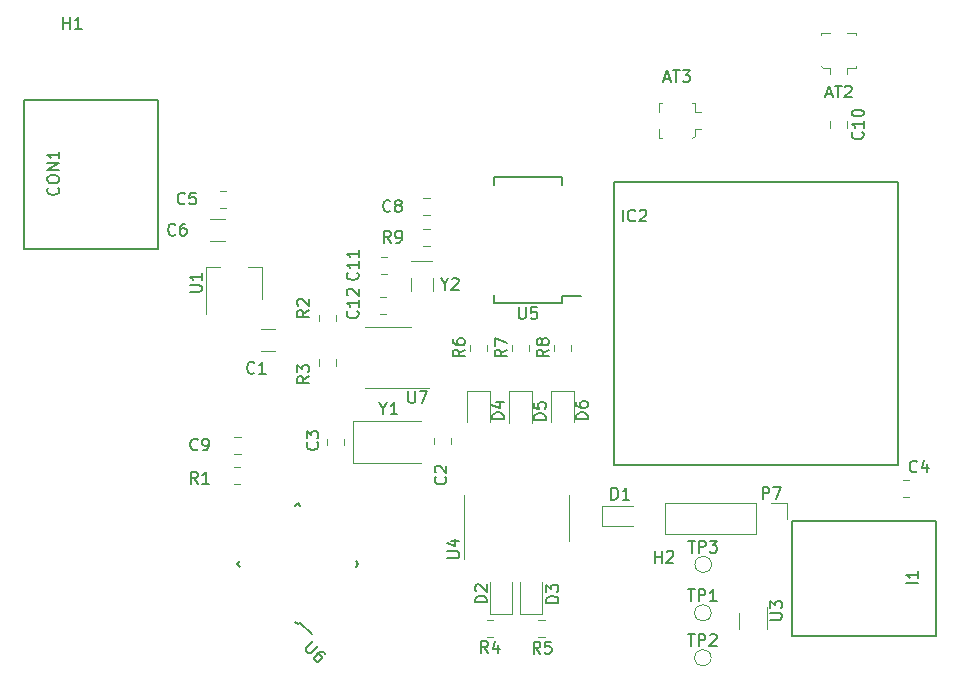
<source format=gto>
G04 #@! TF.GenerationSoftware,KiCad,Pcbnew,(5.1.5)-3*
G04 #@! TF.CreationDate,2020-05-04T21:38:57+10:00*
G04 #@! TF.ProjectId,BoSL,426f534c-2e6b-4696-9361-645f70636258,0.4*
G04 #@! TF.SameCoordinates,Original*
G04 #@! TF.FileFunction,Legend,Top*
G04 #@! TF.FilePolarity,Positive*
%FSLAX46Y46*%
G04 Gerber Fmt 4.6, Leading zero omitted, Abs format (unit mm)*
G04 Created by KiCad (PCBNEW (5.1.5)-3) date 2020-05-04 21:38:57*
%MOMM*%
%LPD*%
G04 APERTURE LIST*
%ADD10C,0.120000*%
%ADD11C,0.150000*%
G04 APERTURE END LIST*
D10*
X168500000Y-74200000D02*
X168500000Y-73400000D01*
X168700000Y-74200000D02*
X168500000Y-74200000D01*
X168500000Y-71200000D02*
X168700000Y-71200000D01*
X168500000Y-72000000D02*
X168500000Y-71200000D01*
X171500000Y-71200000D02*
X171500000Y-72000000D01*
X171300000Y-71200000D02*
X171500000Y-71200000D01*
X171500000Y-74000000D02*
X171300000Y-74200000D01*
X171500000Y-73400000D02*
X171500000Y-74000000D01*
X171500000Y-73400000D02*
X172000000Y-73400000D01*
X171500000Y-72000000D02*
X172000000Y-72000000D01*
X142575000Y-101725000D02*
X148325000Y-101725000D01*
X142575000Y-98125000D02*
X142575000Y-101725000D01*
X148325000Y-98125000D02*
X142575000Y-98125000D01*
D11*
X160261000Y-87558000D02*
X161861000Y-87558000D01*
X160261000Y-77483000D02*
X154511000Y-77483000D01*
X160261000Y-88133000D02*
X154511000Y-88133000D01*
X160261000Y-77483000D02*
X160261000Y-78133000D01*
X154511000Y-77483000D02*
X154511000Y-78133000D01*
X154511000Y-88133000D02*
X154511000Y-87483000D01*
X160261000Y-88133000D02*
X160261000Y-87558000D01*
D10*
X151965000Y-106400000D02*
X151965000Y-109850000D01*
X151965000Y-106400000D02*
X151965000Y-104450000D01*
X160835000Y-106400000D02*
X160835000Y-108350000D01*
X160835000Y-106400000D02*
X160835000Y-104450000D01*
X175290000Y-114370000D02*
X175290000Y-115770000D01*
X177610000Y-115770000D02*
X177610000Y-113870000D01*
X130100000Y-85120000D02*
X131300000Y-85120000D01*
X130100000Y-89120000D02*
X130100000Y-85120000D01*
X134900000Y-85120000D02*
X134900000Y-87820000D01*
X133700000Y-85120000D02*
X134900000Y-85120000D01*
X172926000Y-110294000D02*
G75*
G03X172926000Y-110294000I-700000J0D01*
G01*
X172900000Y-118200000D02*
G75*
G03X172900000Y-118200000I-700000J0D01*
G01*
X172900000Y-114400000D02*
G75*
G03X172900000Y-114400000I-700000J0D01*
G01*
X179290000Y-105100000D02*
X179290000Y-106430000D01*
X177960000Y-105100000D02*
X179290000Y-105100000D01*
X176690000Y-105100000D02*
X176690000Y-107760000D01*
X176690000Y-107760000D02*
X169010000Y-107760000D01*
X176690000Y-105100000D02*
X169010000Y-105100000D01*
X169010000Y-105100000D02*
X169010000Y-107760000D01*
X163700000Y-105350000D02*
X166250000Y-105350000D01*
X163700000Y-107050000D02*
X166250000Y-107050000D01*
X163700000Y-105350000D02*
X163700000Y-107050000D01*
X182200000Y-65300000D02*
X183000000Y-65300000D01*
X182200000Y-65500000D02*
X182200000Y-65300000D01*
X185200000Y-65300000D02*
X185200000Y-65500000D01*
X184400000Y-65300000D02*
X185200000Y-65300000D01*
X185200000Y-68300000D02*
X184400000Y-68300000D01*
X185200000Y-68100000D02*
X185200000Y-68300000D01*
X182400000Y-68300000D02*
X182200000Y-68100000D01*
X183000000Y-68300000D02*
X182400000Y-68300000D01*
X183000000Y-68300000D02*
X183000000Y-68800000D01*
X184400000Y-68300000D02*
X184400000Y-68800000D01*
X149058578Y-81890000D02*
X148541422Y-81890000D01*
X149058578Y-83310000D02*
X148541422Y-83310000D01*
X161052000Y-92198578D02*
X161052000Y-91681422D01*
X159632000Y-92198578D02*
X159632000Y-91681422D01*
X157496000Y-92198578D02*
X157496000Y-91681422D01*
X156076000Y-92198578D02*
X156076000Y-91681422D01*
X153940000Y-92198578D02*
X153940000Y-91681422D01*
X152520000Y-92198578D02*
X152520000Y-91681422D01*
X158278922Y-116407000D02*
X158796078Y-116407000D01*
X158278922Y-114987000D02*
X158796078Y-114987000D01*
X154436578Y-114987000D02*
X153919422Y-114987000D01*
X154436578Y-116407000D02*
X153919422Y-116407000D01*
X139690000Y-89203922D02*
X139690000Y-89721078D01*
X141110000Y-89203922D02*
X141110000Y-89721078D01*
X141110000Y-93458578D02*
X141110000Y-92941422D01*
X139690000Y-93458578D02*
X139690000Y-92941422D01*
X133058578Y-99490000D02*
X132541422Y-99490000D01*
X133058578Y-100910000D02*
X132541422Y-100910000D01*
X159382000Y-95575000D02*
X159382000Y-98260000D01*
X161302000Y-95575000D02*
X159382000Y-95575000D01*
X161302000Y-98260000D02*
X161302000Y-95575000D01*
X155826000Y-95655000D02*
X155826000Y-98340000D01*
X157746000Y-95655000D02*
X155826000Y-95655000D01*
X157746000Y-98340000D02*
X157746000Y-95655000D01*
X152270000Y-95575000D02*
X152270000Y-98260000D01*
X154190000Y-95575000D02*
X152270000Y-95575000D01*
X154190000Y-98260000D02*
X154190000Y-95575000D01*
X158600000Y-114465000D02*
X158600000Y-111780000D01*
X156680000Y-114465000D02*
X158600000Y-114465000D01*
X156680000Y-111780000D02*
X156680000Y-114465000D01*
X156060000Y-114465000D02*
X156060000Y-111780000D01*
X154140000Y-114465000D02*
X156060000Y-114465000D01*
X154140000Y-111780000D02*
X154140000Y-114465000D01*
X182990000Y-72791422D02*
X182990000Y-73308578D01*
X184410000Y-72791422D02*
X184410000Y-73308578D01*
X132491422Y-103510000D02*
X133008578Y-103510000D01*
X132491422Y-102090000D02*
X133008578Y-102090000D01*
X149058578Y-79290000D02*
X148541422Y-79290000D01*
X149058578Y-80710000D02*
X148541422Y-80710000D01*
X131702064Y-81090000D02*
X130497936Y-81090000D01*
X131702064Y-82910000D02*
X130497936Y-82910000D01*
X131821078Y-78690000D02*
X131303922Y-78690000D01*
X131821078Y-80110000D02*
X131303922Y-80110000D01*
X189648578Y-103180000D02*
X189131422Y-103180000D01*
X189648578Y-104600000D02*
X189131422Y-104600000D01*
X140415000Y-99641422D02*
X140415000Y-100158578D01*
X141835000Y-99641422D02*
X141835000Y-100158578D01*
X149465000Y-99616422D02*
X149465000Y-100133578D01*
X150885000Y-99616422D02*
X150885000Y-100133578D01*
X136002064Y-90390000D02*
X134797936Y-90390000D01*
X136002064Y-92210000D02*
X134797936Y-92210000D01*
X145525000Y-95325000D02*
X148975000Y-95325000D01*
X145525000Y-95325000D02*
X143575000Y-95325000D01*
X145525000Y-90205000D02*
X147475000Y-90205000D01*
X145525000Y-90205000D02*
X143575000Y-90205000D01*
X149300000Y-84650000D02*
X147500000Y-84650000D01*
X147450000Y-86050000D02*
X147450000Y-87150000D01*
X149350000Y-86050000D02*
X149350000Y-87150000D01*
D11*
X138059099Y-115217425D02*
X139066726Y-116225052D01*
X132773476Y-110250000D02*
X133003286Y-110479810D01*
X137900000Y-105123476D02*
X138129810Y-105353286D01*
X143026524Y-110250000D02*
X142796714Y-110020190D01*
X137900000Y-115376524D02*
X137670190Y-115146714D01*
X143026524Y-110250000D02*
X142796714Y-110479810D01*
X137900000Y-105123476D02*
X137670190Y-105353286D01*
X132773476Y-110250000D02*
X133003286Y-110020190D01*
X137900000Y-115376524D02*
X138059099Y-115217425D01*
D10*
X144878922Y-89110000D02*
X145396078Y-89110000D01*
X144878922Y-87690000D02*
X145396078Y-87690000D01*
X144941422Y-85710000D02*
X145458578Y-85710000D01*
X144941422Y-84290000D02*
X145458578Y-84290000D01*
D11*
X114700000Y-77185000D02*
X114700000Y-83585000D01*
X114700000Y-83585000D02*
X126100000Y-83585000D01*
X126100000Y-70985000D02*
X114700000Y-70985000D01*
X114700000Y-70985000D02*
X114700000Y-77385000D01*
X126100000Y-70985000D02*
X126100000Y-83585000D01*
X164690000Y-101920000D02*
X164690000Y-77920000D01*
X188690000Y-101920000D02*
X164690000Y-101920000D01*
X188690000Y-77920000D02*
X188690000Y-101920000D01*
X164690000Y-77920000D02*
X188690000Y-77920000D01*
X179755000Y-116385000D02*
X179755000Y-106635000D01*
X191955000Y-116385000D02*
X191955000Y-106635000D01*
X191955000Y-106635000D02*
X179755000Y-106635000D01*
X191955000Y-116385000D02*
X191930000Y-116360000D01*
X179755000Y-116385000D02*
X191955000Y-116385000D01*
X168904761Y-69166666D02*
X169380952Y-69166666D01*
X168809523Y-69452380D02*
X169142857Y-68452380D01*
X169476190Y-69452380D01*
X169666666Y-68452380D02*
X170238095Y-68452380D01*
X169952380Y-69452380D02*
X169952380Y-68452380D01*
X170476190Y-68452380D02*
X171095238Y-68452380D01*
X170761904Y-68833333D01*
X170904761Y-68833333D01*
X171000000Y-68880952D01*
X171047619Y-68928571D01*
X171095238Y-69023809D01*
X171095238Y-69261904D01*
X171047619Y-69357142D01*
X171000000Y-69404761D01*
X170904761Y-69452380D01*
X170619047Y-69452380D01*
X170523809Y-69404761D01*
X170476190Y-69357142D01*
X145148809Y-97101190D02*
X145148809Y-97577380D01*
X144815476Y-96577380D02*
X145148809Y-97101190D01*
X145482142Y-96577380D01*
X146339285Y-97577380D02*
X145767857Y-97577380D01*
X146053571Y-97577380D02*
X146053571Y-96577380D01*
X145958333Y-96720238D01*
X145863095Y-96815476D01*
X145767857Y-96863095D01*
X156624095Y-88510380D02*
X156624095Y-89319904D01*
X156671714Y-89415142D01*
X156719333Y-89462761D01*
X156814571Y-89510380D01*
X157005047Y-89510380D01*
X157100285Y-89462761D01*
X157147904Y-89415142D01*
X157195523Y-89319904D01*
X157195523Y-88510380D01*
X158147904Y-88510380D02*
X157671714Y-88510380D01*
X157624095Y-88986571D01*
X157671714Y-88938952D01*
X157766952Y-88891333D01*
X158005047Y-88891333D01*
X158100285Y-88938952D01*
X158147904Y-88986571D01*
X158195523Y-89081809D01*
X158195523Y-89319904D01*
X158147904Y-89415142D01*
X158100285Y-89462761D01*
X158005047Y-89510380D01*
X157766952Y-89510380D01*
X157671714Y-89462761D01*
X157624095Y-89415142D01*
X150572380Y-109761904D02*
X151381904Y-109761904D01*
X151477142Y-109714285D01*
X151524761Y-109666666D01*
X151572380Y-109571428D01*
X151572380Y-109380952D01*
X151524761Y-109285714D01*
X151477142Y-109238095D01*
X151381904Y-109190476D01*
X150572380Y-109190476D01*
X150905714Y-108285714D02*
X151572380Y-108285714D01*
X150524761Y-108523809D02*
X151239047Y-108761904D01*
X151239047Y-108142857D01*
X177902380Y-114961904D02*
X178711904Y-114961904D01*
X178807142Y-114914285D01*
X178854761Y-114866666D01*
X178902380Y-114771428D01*
X178902380Y-114580952D01*
X178854761Y-114485714D01*
X178807142Y-114438095D01*
X178711904Y-114390476D01*
X177902380Y-114390476D01*
X177902380Y-114009523D02*
X177902380Y-113390476D01*
X178283333Y-113723809D01*
X178283333Y-113580952D01*
X178330952Y-113485714D01*
X178378571Y-113438095D01*
X178473809Y-113390476D01*
X178711904Y-113390476D01*
X178807142Y-113438095D01*
X178854761Y-113485714D01*
X178902380Y-113580952D01*
X178902380Y-113866666D01*
X178854761Y-113961904D01*
X178807142Y-114009523D01*
X128752380Y-87211904D02*
X129561904Y-87211904D01*
X129657142Y-87164285D01*
X129704761Y-87116666D01*
X129752380Y-87021428D01*
X129752380Y-86830952D01*
X129704761Y-86735714D01*
X129657142Y-86688095D01*
X129561904Y-86640476D01*
X128752380Y-86640476D01*
X129752380Y-85640476D02*
X129752380Y-86211904D01*
X129752380Y-85926190D02*
X128752380Y-85926190D01*
X128895238Y-86021428D01*
X128990476Y-86116666D01*
X129038095Y-86211904D01*
X170964095Y-108298380D02*
X171535523Y-108298380D01*
X171249809Y-109298380D02*
X171249809Y-108298380D01*
X171868857Y-109298380D02*
X171868857Y-108298380D01*
X172249809Y-108298380D01*
X172345047Y-108346000D01*
X172392666Y-108393619D01*
X172440285Y-108488857D01*
X172440285Y-108631714D01*
X172392666Y-108726952D01*
X172345047Y-108774571D01*
X172249809Y-108822190D01*
X171868857Y-108822190D01*
X172773619Y-108298380D02*
X173392666Y-108298380D01*
X173059333Y-108679333D01*
X173202190Y-108679333D01*
X173297428Y-108726952D01*
X173345047Y-108774571D01*
X173392666Y-108869809D01*
X173392666Y-109107904D01*
X173345047Y-109203142D01*
X173297428Y-109250761D01*
X173202190Y-109298380D01*
X172916476Y-109298380D01*
X172821238Y-109250761D01*
X172773619Y-109203142D01*
X170938095Y-116204380D02*
X171509523Y-116204380D01*
X171223809Y-117204380D02*
X171223809Y-116204380D01*
X171842857Y-117204380D02*
X171842857Y-116204380D01*
X172223809Y-116204380D01*
X172319047Y-116252000D01*
X172366666Y-116299619D01*
X172414285Y-116394857D01*
X172414285Y-116537714D01*
X172366666Y-116632952D01*
X172319047Y-116680571D01*
X172223809Y-116728190D01*
X171842857Y-116728190D01*
X172795238Y-116299619D02*
X172842857Y-116252000D01*
X172938095Y-116204380D01*
X173176190Y-116204380D01*
X173271428Y-116252000D01*
X173319047Y-116299619D01*
X173366666Y-116394857D01*
X173366666Y-116490095D01*
X173319047Y-116632952D01*
X172747619Y-117204380D01*
X173366666Y-117204380D01*
X170938095Y-112404380D02*
X171509523Y-112404380D01*
X171223809Y-113404380D02*
X171223809Y-112404380D01*
X171842857Y-113404380D02*
X171842857Y-112404380D01*
X172223809Y-112404380D01*
X172319047Y-112452000D01*
X172366666Y-112499619D01*
X172414285Y-112594857D01*
X172414285Y-112737714D01*
X172366666Y-112832952D01*
X172319047Y-112880571D01*
X172223809Y-112928190D01*
X171842857Y-112928190D01*
X173366666Y-113404380D02*
X172795238Y-113404380D01*
X173080952Y-113404380D02*
X173080952Y-112404380D01*
X172985714Y-112547238D01*
X172890476Y-112642476D01*
X172795238Y-112690095D01*
X177261904Y-104752380D02*
X177261904Y-103752380D01*
X177642857Y-103752380D01*
X177738095Y-103800000D01*
X177785714Y-103847619D01*
X177833333Y-103942857D01*
X177833333Y-104085714D01*
X177785714Y-104180952D01*
X177738095Y-104228571D01*
X177642857Y-104276190D01*
X177261904Y-104276190D01*
X178166666Y-103752380D02*
X178833333Y-103752380D01*
X178404761Y-104752380D01*
X168138095Y-110152380D02*
X168138095Y-109152380D01*
X168138095Y-109628571D02*
X168709523Y-109628571D01*
X168709523Y-110152380D02*
X168709523Y-109152380D01*
X169138095Y-109247619D02*
X169185714Y-109200000D01*
X169280952Y-109152380D01*
X169519047Y-109152380D01*
X169614285Y-109200000D01*
X169661904Y-109247619D01*
X169709523Y-109342857D01*
X169709523Y-109438095D01*
X169661904Y-109580952D01*
X169090476Y-110152380D01*
X169709523Y-110152380D01*
X118038095Y-64952380D02*
X118038095Y-63952380D01*
X118038095Y-64428571D02*
X118609523Y-64428571D01*
X118609523Y-64952380D02*
X118609523Y-63952380D01*
X119609523Y-64952380D02*
X119038095Y-64952380D01*
X119323809Y-64952380D02*
X119323809Y-63952380D01*
X119228571Y-64095238D01*
X119133333Y-64190476D01*
X119038095Y-64238095D01*
X164461904Y-104802380D02*
X164461904Y-103802380D01*
X164700000Y-103802380D01*
X164842857Y-103850000D01*
X164938095Y-103945238D01*
X164985714Y-104040476D01*
X165033333Y-104230952D01*
X165033333Y-104373809D01*
X164985714Y-104564285D01*
X164938095Y-104659523D01*
X164842857Y-104754761D01*
X164700000Y-104802380D01*
X164461904Y-104802380D01*
X165985714Y-104802380D02*
X165414285Y-104802380D01*
X165700000Y-104802380D02*
X165700000Y-103802380D01*
X165604761Y-103945238D01*
X165509523Y-104040476D01*
X165414285Y-104088095D01*
X182604761Y-70466666D02*
X183080952Y-70466666D01*
X182509523Y-70752380D02*
X182842857Y-69752380D01*
X183176190Y-70752380D01*
X183366666Y-69752380D02*
X183938095Y-69752380D01*
X183652380Y-70752380D02*
X183652380Y-69752380D01*
X184223809Y-69847619D02*
X184271428Y-69800000D01*
X184366666Y-69752380D01*
X184604761Y-69752380D01*
X184700000Y-69800000D01*
X184747619Y-69847619D01*
X184795238Y-69942857D01*
X184795238Y-70038095D01*
X184747619Y-70180952D01*
X184176190Y-70752380D01*
X184795238Y-70752380D01*
X145783333Y-83052380D02*
X145450000Y-82576190D01*
X145211904Y-83052380D02*
X145211904Y-82052380D01*
X145592857Y-82052380D01*
X145688095Y-82100000D01*
X145735714Y-82147619D01*
X145783333Y-82242857D01*
X145783333Y-82385714D01*
X145735714Y-82480952D01*
X145688095Y-82528571D01*
X145592857Y-82576190D01*
X145211904Y-82576190D01*
X146259523Y-83052380D02*
X146450000Y-83052380D01*
X146545238Y-83004761D01*
X146592857Y-82957142D01*
X146688095Y-82814285D01*
X146735714Y-82623809D01*
X146735714Y-82242857D01*
X146688095Y-82147619D01*
X146640476Y-82100000D01*
X146545238Y-82052380D01*
X146354761Y-82052380D01*
X146259523Y-82100000D01*
X146211904Y-82147619D01*
X146164285Y-82242857D01*
X146164285Y-82480952D01*
X146211904Y-82576190D01*
X146259523Y-82623809D01*
X146354761Y-82671428D01*
X146545238Y-82671428D01*
X146640476Y-82623809D01*
X146688095Y-82576190D01*
X146735714Y-82480952D01*
X159144380Y-92106666D02*
X158668190Y-92440000D01*
X159144380Y-92678095D02*
X158144380Y-92678095D01*
X158144380Y-92297142D01*
X158192000Y-92201904D01*
X158239619Y-92154285D01*
X158334857Y-92106666D01*
X158477714Y-92106666D01*
X158572952Y-92154285D01*
X158620571Y-92201904D01*
X158668190Y-92297142D01*
X158668190Y-92678095D01*
X158572952Y-91535238D02*
X158525333Y-91630476D01*
X158477714Y-91678095D01*
X158382476Y-91725714D01*
X158334857Y-91725714D01*
X158239619Y-91678095D01*
X158192000Y-91630476D01*
X158144380Y-91535238D01*
X158144380Y-91344761D01*
X158192000Y-91249523D01*
X158239619Y-91201904D01*
X158334857Y-91154285D01*
X158382476Y-91154285D01*
X158477714Y-91201904D01*
X158525333Y-91249523D01*
X158572952Y-91344761D01*
X158572952Y-91535238D01*
X158620571Y-91630476D01*
X158668190Y-91678095D01*
X158763428Y-91725714D01*
X158953904Y-91725714D01*
X159049142Y-91678095D01*
X159096761Y-91630476D01*
X159144380Y-91535238D01*
X159144380Y-91344761D01*
X159096761Y-91249523D01*
X159049142Y-91201904D01*
X158953904Y-91154285D01*
X158763428Y-91154285D01*
X158668190Y-91201904D01*
X158620571Y-91249523D01*
X158572952Y-91344761D01*
X155588380Y-92106666D02*
X155112190Y-92440000D01*
X155588380Y-92678095D02*
X154588380Y-92678095D01*
X154588380Y-92297142D01*
X154636000Y-92201904D01*
X154683619Y-92154285D01*
X154778857Y-92106666D01*
X154921714Y-92106666D01*
X155016952Y-92154285D01*
X155064571Y-92201904D01*
X155112190Y-92297142D01*
X155112190Y-92678095D01*
X154588380Y-91773333D02*
X154588380Y-91106666D01*
X155588380Y-91535238D01*
X152032380Y-92106666D02*
X151556190Y-92440000D01*
X152032380Y-92678095D02*
X151032380Y-92678095D01*
X151032380Y-92297142D01*
X151080000Y-92201904D01*
X151127619Y-92154285D01*
X151222857Y-92106666D01*
X151365714Y-92106666D01*
X151460952Y-92154285D01*
X151508571Y-92201904D01*
X151556190Y-92297142D01*
X151556190Y-92678095D01*
X151032380Y-91249523D02*
X151032380Y-91440000D01*
X151080000Y-91535238D01*
X151127619Y-91582857D01*
X151270476Y-91678095D01*
X151460952Y-91725714D01*
X151841904Y-91725714D01*
X151937142Y-91678095D01*
X151984761Y-91630476D01*
X152032380Y-91535238D01*
X152032380Y-91344761D01*
X151984761Y-91249523D01*
X151937142Y-91201904D01*
X151841904Y-91154285D01*
X151603809Y-91154285D01*
X151508571Y-91201904D01*
X151460952Y-91249523D01*
X151413333Y-91344761D01*
X151413333Y-91535238D01*
X151460952Y-91630476D01*
X151508571Y-91678095D01*
X151603809Y-91725714D01*
X158433333Y-117849380D02*
X158100000Y-117373190D01*
X157861904Y-117849380D02*
X157861904Y-116849380D01*
X158242857Y-116849380D01*
X158338095Y-116897000D01*
X158385714Y-116944619D01*
X158433333Y-117039857D01*
X158433333Y-117182714D01*
X158385714Y-117277952D01*
X158338095Y-117325571D01*
X158242857Y-117373190D01*
X157861904Y-117373190D01*
X159338095Y-116849380D02*
X158861904Y-116849380D01*
X158814285Y-117325571D01*
X158861904Y-117277952D01*
X158957142Y-117230333D01*
X159195238Y-117230333D01*
X159290476Y-117277952D01*
X159338095Y-117325571D01*
X159385714Y-117420809D01*
X159385714Y-117658904D01*
X159338095Y-117754142D01*
X159290476Y-117801761D01*
X159195238Y-117849380D01*
X158957142Y-117849380D01*
X158861904Y-117801761D01*
X158814285Y-117754142D01*
X154011333Y-117799380D02*
X153678000Y-117323190D01*
X153439904Y-117799380D02*
X153439904Y-116799380D01*
X153820857Y-116799380D01*
X153916095Y-116847000D01*
X153963714Y-116894619D01*
X154011333Y-116989857D01*
X154011333Y-117132714D01*
X153963714Y-117227952D01*
X153916095Y-117275571D01*
X153820857Y-117323190D01*
X153439904Y-117323190D01*
X154868476Y-117132714D02*
X154868476Y-117799380D01*
X154630380Y-116751761D02*
X154392285Y-117466047D01*
X155011333Y-117466047D01*
X138852380Y-94366666D02*
X138376190Y-94700000D01*
X138852380Y-94938095D02*
X137852380Y-94938095D01*
X137852380Y-94557142D01*
X137900000Y-94461904D01*
X137947619Y-94414285D01*
X138042857Y-94366666D01*
X138185714Y-94366666D01*
X138280952Y-94414285D01*
X138328571Y-94461904D01*
X138376190Y-94557142D01*
X138376190Y-94938095D01*
X137852380Y-94033333D02*
X137852380Y-93414285D01*
X138233333Y-93747619D01*
X138233333Y-93604761D01*
X138280952Y-93509523D01*
X138328571Y-93461904D01*
X138423809Y-93414285D01*
X138661904Y-93414285D01*
X138757142Y-93461904D01*
X138804761Y-93509523D01*
X138852380Y-93604761D01*
X138852380Y-93890476D01*
X138804761Y-93985714D01*
X138757142Y-94033333D01*
X138852380Y-88766666D02*
X138376190Y-89100000D01*
X138852380Y-89338095D02*
X137852380Y-89338095D01*
X137852380Y-88957142D01*
X137900000Y-88861904D01*
X137947619Y-88814285D01*
X138042857Y-88766666D01*
X138185714Y-88766666D01*
X138280952Y-88814285D01*
X138328571Y-88861904D01*
X138376190Y-88957142D01*
X138376190Y-89338095D01*
X137947619Y-88385714D02*
X137900000Y-88338095D01*
X137852380Y-88242857D01*
X137852380Y-88004761D01*
X137900000Y-87909523D01*
X137947619Y-87861904D01*
X138042857Y-87814285D01*
X138138095Y-87814285D01*
X138280952Y-87861904D01*
X138852380Y-88433333D01*
X138852380Y-87814285D01*
X129433333Y-103452380D02*
X129100000Y-102976190D01*
X128861904Y-103452380D02*
X128861904Y-102452380D01*
X129242857Y-102452380D01*
X129338095Y-102500000D01*
X129385714Y-102547619D01*
X129433333Y-102642857D01*
X129433333Y-102785714D01*
X129385714Y-102880952D01*
X129338095Y-102928571D01*
X129242857Y-102976190D01*
X128861904Y-102976190D01*
X130385714Y-103452380D02*
X129814285Y-103452380D01*
X130100000Y-103452380D02*
X130100000Y-102452380D01*
X130004761Y-102595238D01*
X129909523Y-102690476D01*
X129814285Y-102738095D01*
X162444380Y-97998095D02*
X161444380Y-97998095D01*
X161444380Y-97760000D01*
X161492000Y-97617142D01*
X161587238Y-97521904D01*
X161682476Y-97474285D01*
X161872952Y-97426666D01*
X162015809Y-97426666D01*
X162206285Y-97474285D01*
X162301523Y-97521904D01*
X162396761Y-97617142D01*
X162444380Y-97760000D01*
X162444380Y-97998095D01*
X161444380Y-96569523D02*
X161444380Y-96760000D01*
X161492000Y-96855238D01*
X161539619Y-96902857D01*
X161682476Y-96998095D01*
X161872952Y-97045714D01*
X162253904Y-97045714D01*
X162349142Y-96998095D01*
X162396761Y-96950476D01*
X162444380Y-96855238D01*
X162444380Y-96664761D01*
X162396761Y-96569523D01*
X162349142Y-96521904D01*
X162253904Y-96474285D01*
X162015809Y-96474285D01*
X161920571Y-96521904D01*
X161872952Y-96569523D01*
X161825333Y-96664761D01*
X161825333Y-96855238D01*
X161872952Y-96950476D01*
X161920571Y-96998095D01*
X162015809Y-97045714D01*
X158888380Y-98078095D02*
X157888380Y-98078095D01*
X157888380Y-97840000D01*
X157936000Y-97697142D01*
X158031238Y-97601904D01*
X158126476Y-97554285D01*
X158316952Y-97506666D01*
X158459809Y-97506666D01*
X158650285Y-97554285D01*
X158745523Y-97601904D01*
X158840761Y-97697142D01*
X158888380Y-97840000D01*
X158888380Y-98078095D01*
X157888380Y-96601904D02*
X157888380Y-97078095D01*
X158364571Y-97125714D01*
X158316952Y-97078095D01*
X158269333Y-96982857D01*
X158269333Y-96744761D01*
X158316952Y-96649523D01*
X158364571Y-96601904D01*
X158459809Y-96554285D01*
X158697904Y-96554285D01*
X158793142Y-96601904D01*
X158840761Y-96649523D01*
X158888380Y-96744761D01*
X158888380Y-96982857D01*
X158840761Y-97078095D01*
X158793142Y-97125714D01*
X155332380Y-97998095D02*
X154332380Y-97998095D01*
X154332380Y-97760000D01*
X154380000Y-97617142D01*
X154475238Y-97521904D01*
X154570476Y-97474285D01*
X154760952Y-97426666D01*
X154903809Y-97426666D01*
X155094285Y-97474285D01*
X155189523Y-97521904D01*
X155284761Y-97617142D01*
X155332380Y-97760000D01*
X155332380Y-97998095D01*
X154665714Y-96569523D02*
X155332380Y-96569523D01*
X154284761Y-96807619D02*
X154999047Y-97045714D01*
X154999047Y-96426666D01*
X159952380Y-113538095D02*
X158952380Y-113538095D01*
X158952380Y-113300000D01*
X159000000Y-113157142D01*
X159095238Y-113061904D01*
X159190476Y-113014285D01*
X159380952Y-112966666D01*
X159523809Y-112966666D01*
X159714285Y-113014285D01*
X159809523Y-113061904D01*
X159904761Y-113157142D01*
X159952380Y-113300000D01*
X159952380Y-113538095D01*
X158952380Y-112633333D02*
X158952380Y-112014285D01*
X159333333Y-112347619D01*
X159333333Y-112204761D01*
X159380952Y-112109523D01*
X159428571Y-112061904D01*
X159523809Y-112014285D01*
X159761904Y-112014285D01*
X159857142Y-112061904D01*
X159904761Y-112109523D01*
X159952380Y-112204761D01*
X159952380Y-112490476D01*
X159904761Y-112585714D01*
X159857142Y-112633333D01*
X153902380Y-113518095D02*
X152902380Y-113518095D01*
X152902380Y-113280000D01*
X152950000Y-113137142D01*
X153045238Y-113041904D01*
X153140476Y-112994285D01*
X153330952Y-112946666D01*
X153473809Y-112946666D01*
X153664285Y-112994285D01*
X153759523Y-113041904D01*
X153854761Y-113137142D01*
X153902380Y-113280000D01*
X153902380Y-113518095D01*
X152997619Y-112565714D02*
X152950000Y-112518095D01*
X152902380Y-112422857D01*
X152902380Y-112184761D01*
X152950000Y-112089523D01*
X152997619Y-112041904D01*
X153092857Y-111994285D01*
X153188095Y-111994285D01*
X153330952Y-112041904D01*
X153902380Y-112613333D01*
X153902380Y-111994285D01*
X185707142Y-73692857D02*
X185754761Y-73740476D01*
X185802380Y-73883333D01*
X185802380Y-73978571D01*
X185754761Y-74121428D01*
X185659523Y-74216666D01*
X185564285Y-74264285D01*
X185373809Y-74311904D01*
X185230952Y-74311904D01*
X185040476Y-74264285D01*
X184945238Y-74216666D01*
X184850000Y-74121428D01*
X184802380Y-73978571D01*
X184802380Y-73883333D01*
X184850000Y-73740476D01*
X184897619Y-73692857D01*
X185802380Y-72740476D02*
X185802380Y-73311904D01*
X185802380Y-73026190D02*
X184802380Y-73026190D01*
X184945238Y-73121428D01*
X185040476Y-73216666D01*
X185088095Y-73311904D01*
X184802380Y-72121428D02*
X184802380Y-72026190D01*
X184850000Y-71930952D01*
X184897619Y-71883333D01*
X184992857Y-71835714D01*
X185183333Y-71788095D01*
X185421428Y-71788095D01*
X185611904Y-71835714D01*
X185707142Y-71883333D01*
X185754761Y-71930952D01*
X185802380Y-72026190D01*
X185802380Y-72121428D01*
X185754761Y-72216666D01*
X185707142Y-72264285D01*
X185611904Y-72311904D01*
X185421428Y-72359523D01*
X185183333Y-72359523D01*
X184992857Y-72311904D01*
X184897619Y-72264285D01*
X184850000Y-72216666D01*
X184802380Y-72121428D01*
X129433333Y-100557142D02*
X129385714Y-100604761D01*
X129242857Y-100652380D01*
X129147619Y-100652380D01*
X129004761Y-100604761D01*
X128909523Y-100509523D01*
X128861904Y-100414285D01*
X128814285Y-100223809D01*
X128814285Y-100080952D01*
X128861904Y-99890476D01*
X128909523Y-99795238D01*
X129004761Y-99700000D01*
X129147619Y-99652380D01*
X129242857Y-99652380D01*
X129385714Y-99700000D01*
X129433333Y-99747619D01*
X129909523Y-100652380D02*
X130100000Y-100652380D01*
X130195238Y-100604761D01*
X130242857Y-100557142D01*
X130338095Y-100414285D01*
X130385714Y-100223809D01*
X130385714Y-99842857D01*
X130338095Y-99747619D01*
X130290476Y-99700000D01*
X130195238Y-99652380D01*
X130004761Y-99652380D01*
X129909523Y-99700000D01*
X129861904Y-99747619D01*
X129814285Y-99842857D01*
X129814285Y-100080952D01*
X129861904Y-100176190D01*
X129909523Y-100223809D01*
X130004761Y-100271428D01*
X130195238Y-100271428D01*
X130290476Y-100223809D01*
X130338095Y-100176190D01*
X130385714Y-100080952D01*
X145733333Y-80357142D02*
X145685714Y-80404761D01*
X145542857Y-80452380D01*
X145447619Y-80452380D01*
X145304761Y-80404761D01*
X145209523Y-80309523D01*
X145161904Y-80214285D01*
X145114285Y-80023809D01*
X145114285Y-79880952D01*
X145161904Y-79690476D01*
X145209523Y-79595238D01*
X145304761Y-79500000D01*
X145447619Y-79452380D01*
X145542857Y-79452380D01*
X145685714Y-79500000D01*
X145733333Y-79547619D01*
X146304761Y-79880952D02*
X146209523Y-79833333D01*
X146161904Y-79785714D01*
X146114285Y-79690476D01*
X146114285Y-79642857D01*
X146161904Y-79547619D01*
X146209523Y-79500000D01*
X146304761Y-79452380D01*
X146495238Y-79452380D01*
X146590476Y-79500000D01*
X146638095Y-79547619D01*
X146685714Y-79642857D01*
X146685714Y-79690476D01*
X146638095Y-79785714D01*
X146590476Y-79833333D01*
X146495238Y-79880952D01*
X146304761Y-79880952D01*
X146209523Y-79928571D01*
X146161904Y-79976190D01*
X146114285Y-80071428D01*
X146114285Y-80261904D01*
X146161904Y-80357142D01*
X146209523Y-80404761D01*
X146304761Y-80452380D01*
X146495238Y-80452380D01*
X146590476Y-80404761D01*
X146638095Y-80357142D01*
X146685714Y-80261904D01*
X146685714Y-80071428D01*
X146638095Y-79976190D01*
X146590476Y-79928571D01*
X146495238Y-79880952D01*
X127533333Y-82357142D02*
X127485714Y-82404761D01*
X127342857Y-82452380D01*
X127247619Y-82452380D01*
X127104761Y-82404761D01*
X127009523Y-82309523D01*
X126961904Y-82214285D01*
X126914285Y-82023809D01*
X126914285Y-81880952D01*
X126961904Y-81690476D01*
X127009523Y-81595238D01*
X127104761Y-81500000D01*
X127247619Y-81452380D01*
X127342857Y-81452380D01*
X127485714Y-81500000D01*
X127533333Y-81547619D01*
X128390476Y-81452380D02*
X128200000Y-81452380D01*
X128104761Y-81500000D01*
X128057142Y-81547619D01*
X127961904Y-81690476D01*
X127914285Y-81880952D01*
X127914285Y-82261904D01*
X127961904Y-82357142D01*
X128009523Y-82404761D01*
X128104761Y-82452380D01*
X128295238Y-82452380D01*
X128390476Y-82404761D01*
X128438095Y-82357142D01*
X128485714Y-82261904D01*
X128485714Y-82023809D01*
X128438095Y-81928571D01*
X128390476Y-81880952D01*
X128295238Y-81833333D01*
X128104761Y-81833333D01*
X128009523Y-81880952D01*
X127961904Y-81928571D01*
X127914285Y-82023809D01*
X128349833Y-79721142D02*
X128302214Y-79768761D01*
X128159357Y-79816380D01*
X128064119Y-79816380D01*
X127921261Y-79768761D01*
X127826023Y-79673523D01*
X127778404Y-79578285D01*
X127730785Y-79387809D01*
X127730785Y-79244952D01*
X127778404Y-79054476D01*
X127826023Y-78959238D01*
X127921261Y-78864000D01*
X128064119Y-78816380D01*
X128159357Y-78816380D01*
X128302214Y-78864000D01*
X128349833Y-78911619D01*
X129254595Y-78816380D02*
X128778404Y-78816380D01*
X128730785Y-79292571D01*
X128778404Y-79244952D01*
X128873642Y-79197333D01*
X129111738Y-79197333D01*
X129206976Y-79244952D01*
X129254595Y-79292571D01*
X129302214Y-79387809D01*
X129302214Y-79625904D01*
X129254595Y-79721142D01*
X129206976Y-79768761D01*
X129111738Y-79816380D01*
X128873642Y-79816380D01*
X128778404Y-79768761D01*
X128730785Y-79721142D01*
X190333333Y-102407142D02*
X190285714Y-102454761D01*
X190142857Y-102502380D01*
X190047619Y-102502380D01*
X189904761Y-102454761D01*
X189809523Y-102359523D01*
X189761904Y-102264285D01*
X189714285Y-102073809D01*
X189714285Y-101930952D01*
X189761904Y-101740476D01*
X189809523Y-101645238D01*
X189904761Y-101550000D01*
X190047619Y-101502380D01*
X190142857Y-101502380D01*
X190285714Y-101550000D01*
X190333333Y-101597619D01*
X191190476Y-101835714D02*
X191190476Y-102502380D01*
X190952380Y-101454761D02*
X190714285Y-102169047D01*
X191333333Y-102169047D01*
X139557142Y-99966666D02*
X139604761Y-100014285D01*
X139652380Y-100157142D01*
X139652380Y-100252380D01*
X139604761Y-100395238D01*
X139509523Y-100490476D01*
X139414285Y-100538095D01*
X139223809Y-100585714D01*
X139080952Y-100585714D01*
X138890476Y-100538095D01*
X138795238Y-100490476D01*
X138700000Y-100395238D01*
X138652380Y-100252380D01*
X138652380Y-100157142D01*
X138700000Y-100014285D01*
X138747619Y-99966666D01*
X138652380Y-99633333D02*
X138652380Y-99014285D01*
X139033333Y-99347619D01*
X139033333Y-99204761D01*
X139080952Y-99109523D01*
X139128571Y-99061904D01*
X139223809Y-99014285D01*
X139461904Y-99014285D01*
X139557142Y-99061904D01*
X139604761Y-99109523D01*
X139652380Y-99204761D01*
X139652380Y-99490476D01*
X139604761Y-99585714D01*
X139557142Y-99633333D01*
X150382142Y-102879166D02*
X150429761Y-102926785D01*
X150477380Y-103069642D01*
X150477380Y-103164880D01*
X150429761Y-103307738D01*
X150334523Y-103402976D01*
X150239285Y-103450595D01*
X150048809Y-103498214D01*
X149905952Y-103498214D01*
X149715476Y-103450595D01*
X149620238Y-103402976D01*
X149525000Y-103307738D01*
X149477380Y-103164880D01*
X149477380Y-103069642D01*
X149525000Y-102926785D01*
X149572619Y-102879166D01*
X149572619Y-102498214D02*
X149525000Y-102450595D01*
X149477380Y-102355357D01*
X149477380Y-102117261D01*
X149525000Y-102022023D01*
X149572619Y-101974404D01*
X149667857Y-101926785D01*
X149763095Y-101926785D01*
X149905952Y-101974404D01*
X150477380Y-102545833D01*
X150477380Y-101926785D01*
X134233333Y-94057142D02*
X134185714Y-94104761D01*
X134042857Y-94152380D01*
X133947619Y-94152380D01*
X133804761Y-94104761D01*
X133709523Y-94009523D01*
X133661904Y-93914285D01*
X133614285Y-93723809D01*
X133614285Y-93580952D01*
X133661904Y-93390476D01*
X133709523Y-93295238D01*
X133804761Y-93200000D01*
X133947619Y-93152380D01*
X134042857Y-93152380D01*
X134185714Y-93200000D01*
X134233333Y-93247619D01*
X135185714Y-94152380D02*
X134614285Y-94152380D01*
X134900000Y-94152380D02*
X134900000Y-93152380D01*
X134804761Y-93295238D01*
X134709523Y-93390476D01*
X134614285Y-93438095D01*
X147263095Y-95617380D02*
X147263095Y-96426904D01*
X147310714Y-96522142D01*
X147358333Y-96569761D01*
X147453571Y-96617380D01*
X147644047Y-96617380D01*
X147739285Y-96569761D01*
X147786904Y-96522142D01*
X147834523Y-96426904D01*
X147834523Y-95617380D01*
X148215476Y-95617380D02*
X148882142Y-95617380D01*
X148453571Y-96617380D01*
X150323809Y-86576190D02*
X150323809Y-87052380D01*
X149990476Y-86052380D02*
X150323809Y-86576190D01*
X150657142Y-86052380D01*
X150942857Y-86147619D02*
X150990476Y-86100000D01*
X151085714Y-86052380D01*
X151323809Y-86052380D01*
X151419047Y-86100000D01*
X151466666Y-86147619D01*
X151514285Y-86242857D01*
X151514285Y-86338095D01*
X151466666Y-86480952D01*
X150895238Y-87052380D01*
X151514285Y-87052380D01*
X139198477Y-116824026D02*
X138626057Y-117396446D01*
X138592385Y-117497461D01*
X138592385Y-117564805D01*
X138626057Y-117665820D01*
X138760744Y-117800507D01*
X138861759Y-117834179D01*
X138929103Y-117834179D01*
X139030118Y-117800507D01*
X139602538Y-117228087D01*
X140242301Y-117867851D02*
X140107614Y-117733164D01*
X140006599Y-117699492D01*
X139939255Y-117699492D01*
X139770896Y-117733164D01*
X139602538Y-117834179D01*
X139333164Y-118103553D01*
X139299492Y-118204568D01*
X139299492Y-118271912D01*
X139333164Y-118372927D01*
X139467851Y-118507614D01*
X139568866Y-118541286D01*
X139636209Y-118541286D01*
X139737225Y-118507614D01*
X139905583Y-118339255D01*
X139939255Y-118238240D01*
X139939255Y-118170896D01*
X139905583Y-118069881D01*
X139770896Y-117935194D01*
X139669881Y-117901522D01*
X139602538Y-117901522D01*
X139501522Y-117935194D01*
X142957142Y-88842857D02*
X143004761Y-88890476D01*
X143052380Y-89033333D01*
X143052380Y-89128571D01*
X143004761Y-89271428D01*
X142909523Y-89366666D01*
X142814285Y-89414285D01*
X142623809Y-89461904D01*
X142480952Y-89461904D01*
X142290476Y-89414285D01*
X142195238Y-89366666D01*
X142100000Y-89271428D01*
X142052380Y-89128571D01*
X142052380Y-89033333D01*
X142100000Y-88890476D01*
X142147619Y-88842857D01*
X143052380Y-87890476D02*
X143052380Y-88461904D01*
X143052380Y-88176190D02*
X142052380Y-88176190D01*
X142195238Y-88271428D01*
X142290476Y-88366666D01*
X142338095Y-88461904D01*
X142147619Y-87509523D02*
X142100000Y-87461904D01*
X142052380Y-87366666D01*
X142052380Y-87128571D01*
X142100000Y-87033333D01*
X142147619Y-86985714D01*
X142242857Y-86938095D01*
X142338095Y-86938095D01*
X142480952Y-86985714D01*
X143052380Y-87557142D01*
X143052380Y-86938095D01*
X142957142Y-85592976D02*
X143004761Y-85640595D01*
X143052380Y-85783452D01*
X143052380Y-85878690D01*
X143004761Y-86021547D01*
X142909523Y-86116785D01*
X142814285Y-86164404D01*
X142623809Y-86212023D01*
X142480952Y-86212023D01*
X142290476Y-86164404D01*
X142195238Y-86116785D01*
X142100000Y-86021547D01*
X142052380Y-85878690D01*
X142052380Y-85783452D01*
X142100000Y-85640595D01*
X142147619Y-85592976D01*
X143052380Y-84640595D02*
X143052380Y-85212023D01*
X143052380Y-84926309D02*
X142052380Y-84926309D01*
X142195238Y-85021547D01*
X142290476Y-85116785D01*
X142338095Y-85212023D01*
X143052380Y-83688214D02*
X143052380Y-84259642D01*
X143052380Y-83973928D02*
X142052380Y-83973928D01*
X142195238Y-84069166D01*
X142290476Y-84164404D01*
X142338095Y-84259642D01*
X117597142Y-78399285D02*
X117644761Y-78446904D01*
X117692380Y-78589761D01*
X117692380Y-78685000D01*
X117644761Y-78827857D01*
X117549523Y-78923095D01*
X117454285Y-78970714D01*
X117263809Y-79018333D01*
X117120952Y-79018333D01*
X116930476Y-78970714D01*
X116835238Y-78923095D01*
X116740000Y-78827857D01*
X116692380Y-78685000D01*
X116692380Y-78589761D01*
X116740000Y-78446904D01*
X116787619Y-78399285D01*
X116692380Y-77780238D02*
X116692380Y-77589761D01*
X116740000Y-77494523D01*
X116835238Y-77399285D01*
X117025714Y-77351666D01*
X117359047Y-77351666D01*
X117549523Y-77399285D01*
X117644761Y-77494523D01*
X117692380Y-77589761D01*
X117692380Y-77780238D01*
X117644761Y-77875476D01*
X117549523Y-77970714D01*
X117359047Y-78018333D01*
X117025714Y-78018333D01*
X116835238Y-77970714D01*
X116740000Y-77875476D01*
X116692380Y-77780238D01*
X117692380Y-76923095D02*
X116692380Y-76923095D01*
X117692380Y-76351666D01*
X116692380Y-76351666D01*
X117692380Y-75351666D02*
X117692380Y-75923095D01*
X117692380Y-75637380D02*
X116692380Y-75637380D01*
X116835238Y-75732619D01*
X116930476Y-75827857D01*
X116978095Y-75923095D01*
X165423809Y-81252380D02*
X165423809Y-80252380D01*
X166471428Y-81157142D02*
X166423809Y-81204761D01*
X166280952Y-81252380D01*
X166185714Y-81252380D01*
X166042857Y-81204761D01*
X165947619Y-81109523D01*
X165900000Y-81014285D01*
X165852380Y-80823809D01*
X165852380Y-80680952D01*
X165900000Y-80490476D01*
X165947619Y-80395238D01*
X166042857Y-80300000D01*
X166185714Y-80252380D01*
X166280952Y-80252380D01*
X166423809Y-80300000D01*
X166471428Y-80347619D01*
X166852380Y-80347619D02*
X166900000Y-80300000D01*
X166995238Y-80252380D01*
X167233333Y-80252380D01*
X167328571Y-80300000D01*
X167376190Y-80347619D01*
X167423809Y-80442857D01*
X167423809Y-80538095D01*
X167376190Y-80680952D01*
X166804761Y-81252380D01*
X167423809Y-81252380D01*
X190432380Y-111886190D02*
X189432380Y-111886190D01*
X190432380Y-110886190D02*
X190432380Y-111457619D01*
X190432380Y-111171904D02*
X189432380Y-111171904D01*
X189575238Y-111267142D01*
X189670476Y-111362380D01*
X189718095Y-111457619D01*
M02*

</source>
